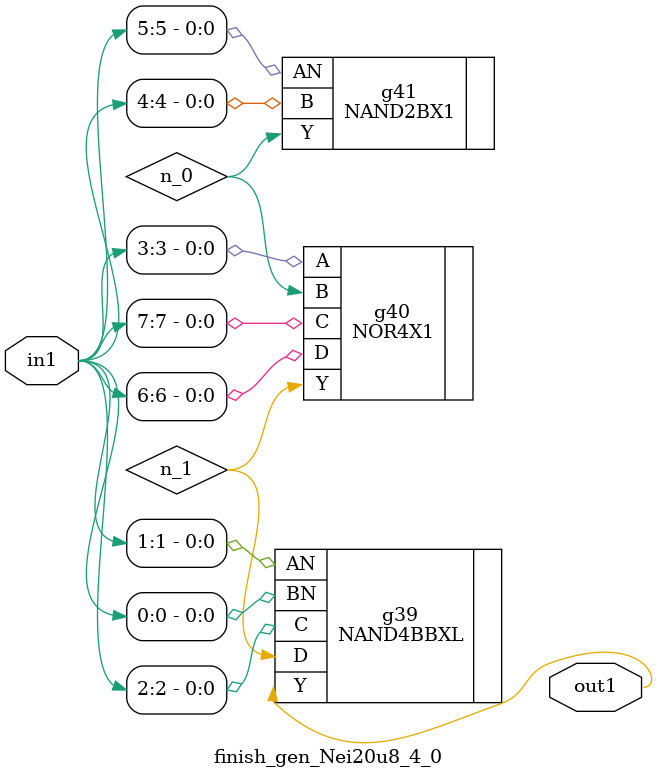
<source format=v>
`timescale 1ps / 1ps


module finish_gen_Nei20u8_4_0(in1, out1);
  input [7:0] in1;
  output out1;
  wire [7:0] in1;
  wire out1;
  wire n_0, n_1;
  NAND4BBXL g39(.AN (in1[1]), .BN (in1[0]), .C (in1[2]), .D (n_1), .Y
       (out1));
  NOR4X1 g40(.A (in1[3]), .B (n_0), .C (in1[7]), .D (in1[6]), .Y (n_1));
  NAND2BX1 g41(.AN (in1[5]), .B (in1[4]), .Y (n_0));
endmodule



</source>
